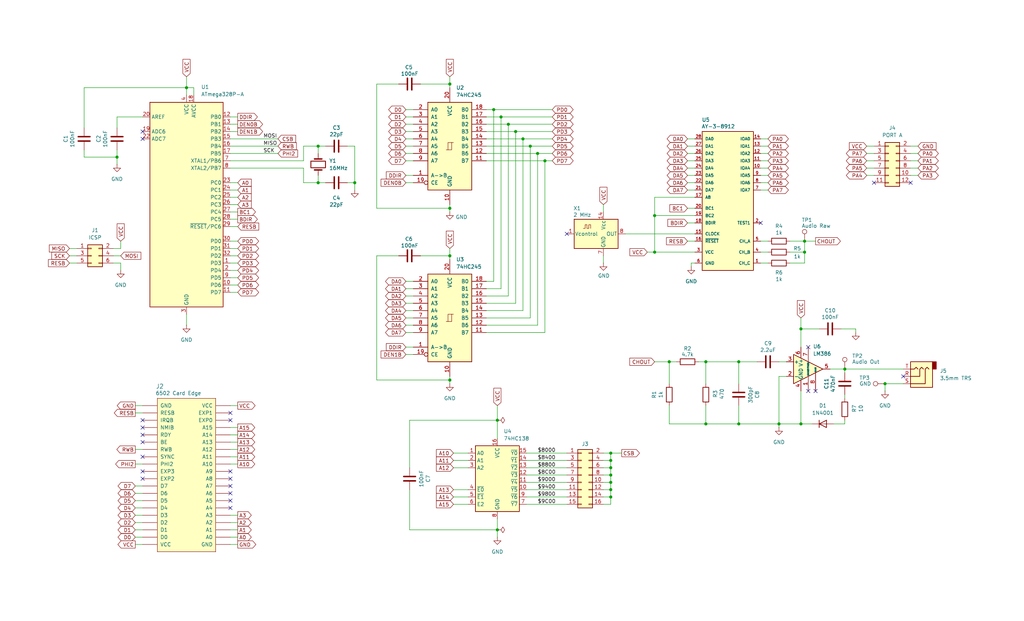
<source format=kicad_sch>
(kicad_sch (version 20231120) (generator "eeschema") (generator_version "8.0")
  (paper "USLegal")
  (title_block (title "6502 Sound Card") (date "2024-06-12") (rev "1.0") (company "A.C. Wright Design"))
  (junction (at 40.64 54.61))
  (junction (at 179.07 45.72))
  (junction (at 278.13 114.3))
  (junction (at 279.4 83.82))
  (junction (at 232.41 125.73))
  (junction (at 110.49 63.5))
  (junction (at 212.09 165.1))
  (junction (at 181.61 48.26))
  (junction (at 172.72 146.05))
  (junction (at 184.15 50.8))
  (junction (at 176.53 43.18))
  (junction (at 212.09 170.18))
  (junction (at 293.37 128.27))
  (junction (at 227.33 74.93))
  (junction (at 110.49 50.8))
  (junction (at 171.45 38.1))
  (junction (at 270.51 147.32))
  (junction (at 212.09 167.64))
  (junction (at 123.19 63.5))
  (junction (at 173.99 40.64))
  (junction (at 278.13 147.32))
  (junction (at 156.21 72.39))
  (junction (at 156.21 88.9))
  (junction (at 212.09 172.72))
  (junction (at 156.21 29.21))
  (junction (at 245.11 125.73))
  (junction (at 256.54 147.32))
  (junction (at 64.77 30.48))
  (junction (at 186.69 53.34))
  (junction (at 256.54 125.73))
  (junction (at 279.4 87.63))
  (junction (at 156.21 132.08))
  (junction (at 212.09 162.56))
  (junction (at 189.23 55.88))
  (junction (at 307.34 133.35))
  (junction (at 212.09 160.02))
  (junction (at 212.09 157.48))
  (junction (at 245.11 147.32))
  (junction (at 227.33 87.63))
  (junction (at 172.72 184.15))
  (no_connect (at 280.67 120.65))
  (no_connect (at 196.85 81.28))
  (no_connect (at 264.16 77.47))
  (no_connect (at 80.01 166.37))
  (no_connect (at 49.53 166.37))
  (no_connect (at 49.53 153.67))
  (no_connect (at 49.53 151.13))
  (no_connect (at 80.01 168.91))
  (no_connect (at 80.01 176.53))
  (no_connect (at 49.53 146.05))
  (no_connect (at 80.01 171.45))
  (no_connect (at 49.53 158.75))
  (no_connect (at 49.53 148.59))
  (no_connect (at 280.67 135.89))
  (no_connect (at 49.53 48.26))
  (no_connect (at 313.69 130.81))
  (no_connect (at 49.53 163.83))
  (no_connect (at 283.21 135.89))
  (no_connect (at 49.53 45.72))
  (no_connect (at 303.53 63.5))
  (no_connect (at 316.23 63.5))
  (no_connect (at 80.01 146.05))
  (no_connect (at 80.01 143.51))
  (no_connect (at 80.01 173.99))
  (no_connect (at 80.01 163.83))
  (wire (pts (xy 140.97 45.72) (xy 143.51 45.72)))
  (wire (pts (xy 168.91 102.87) (xy 176.53 102.87)))
  (wire (pts (xy 217.17 81.28) (xy 241.3 81.28)))
  (wire (pts (xy 224.79 87.63) (xy 227.33 87.63)))
  (wire (pts (xy 212.09 165.1) (xy 212.09 162.56)))
  (wire (pts (xy 142.24 184.15) (xy 142.24 170.18)))
  (wire (pts (xy 130.81 29.21) (xy 130.81 72.39)))
  (wire (pts (xy 182.88 175.26) (xy 196.85 175.26)))
  (wire (pts (xy 278.13 114.3) (xy 284.48 114.3)))
  (wire (pts (xy 80.01 86.36) (xy 82.55 86.36)))
  (wire (pts (xy 241.3 68.58) (xy 227.33 68.58)))
  (wire (pts (xy 80.01 101.6) (xy 82.55 101.6)))
  (wire (pts (xy 212.09 175.26) (xy 212.09 172.72)))
  (wire (pts (xy 157.48 160.02) (xy 162.56 160.02)))
  (wire (pts (xy 46.99 186.69) (xy 49.53 186.69)))
  (wire (pts (xy 142.24 184.15) (xy 172.72 184.15)))
  (wire (pts (xy 172.72 146.05) (xy 142.24 146.05)))
  (wire (pts (xy 46.99 173.99) (xy 49.53 173.99)))
  (wire (pts (xy 140.97 48.26) (xy 143.51 48.26)))
  (wire (pts (xy 80.01 48.26) (xy 96.52 48.26)))
  (wire (pts (xy 256.54 133.35) (xy 256.54 125.73)))
  (wire (pts (xy 80.01 91.44) (xy 82.55 91.44)))
  (wire (pts (xy 80.01 156.21) (xy 82.55 156.21)))
  (wire (pts (xy 270.51 125.73) (xy 273.05 125.73)))
  (wire (pts (xy 105.41 55.88) (xy 80.01 55.88)))
  (wire (pts (xy 80.01 151.13) (xy 82.55 151.13)))
  (wire (pts (xy 245.11 147.32) (xy 256.54 147.32)))
  (wire (pts (xy 140.97 97.79) (xy 143.51 97.79)))
  (wire (pts (xy 288.29 128.27) (xy 293.37 128.27)))
  (wire (pts (xy 40.64 54.61) (xy 40.64 57.15)))
  (wire (pts (xy 80.01 88.9) (xy 82.55 88.9)))
  (wire (pts (xy 212.09 167.64) (xy 212.09 165.1)))
  (wire (pts (xy 80.01 93.98) (xy 82.55 93.98)))
  (wire (pts (xy 110.49 50.8) (xy 110.49 53.34)))
  (wire (pts (xy 241.3 91.44) (xy 240.03 91.44)))
  (wire (pts (xy 110.49 50.8) (xy 105.41 50.8)))
  (wire (pts (xy 227.33 74.93) (xy 241.3 74.93)))
  (wire (pts (xy 238.76 55.88) (xy 241.3 55.88)))
  (wire (pts (xy 176.53 102.87) (xy 176.53 43.18)))
  (wire (pts (xy 238.76 83.82) (xy 241.3 83.82)))
  (wire (pts (xy 172.72 184.15) (xy 172.72 186.69)))
  (wire (pts (xy 176.53 43.18) (xy 191.77 43.18)))
  (wire (pts (xy 156.21 72.39) (xy 156.21 73.66)))
  (wire (pts (xy 182.88 157.48) (xy 196.85 157.48)))
  (wire (pts (xy 40.64 52.07) (xy 40.64 54.61)))
  (wire (pts (xy 293.37 128.27) (xy 293.37 129.54)))
  (wire (pts (xy 80.01 71.12) (xy 82.55 71.12)))
  (wire (pts (xy 182.88 160.02) (xy 196.85 160.02)))
  (wire (pts (xy 238.76 60.96) (xy 241.3 60.96)))
  (wire (pts (xy 80.01 83.82) (xy 82.55 83.82)))
  (wire (pts (xy 123.19 50.8) (xy 123.19 63.5)))
  (wire (pts (xy 264.16 55.88) (xy 266.7 55.88)))
  (wire (pts (xy 212.09 170.18) (xy 212.09 167.64)))
  (wire (pts (xy 292.1 114.3) (xy 297.18 114.3)))
  (wire (pts (xy 274.32 87.63) (xy 279.4 87.63)))
  (wire (pts (xy 80.01 53.34) (xy 96.52 53.34)))
  (wire (pts (xy 313.69 133.35) (xy 307.34 133.35)))
  (wire (pts (xy 46.99 171.45) (xy 49.53 171.45)))
  (wire (pts (xy 46.99 179.07) (xy 49.53 179.07)))
  (wire (pts (xy 168.91 100.33) (xy 173.99 100.33)))
  (wire (pts (xy 29.21 54.61) (xy 40.64 54.61)))
  (wire (pts (xy 140.97 55.88) (xy 143.51 55.88)))
  (wire (pts (xy 212.09 157.48) (xy 215.9 157.48)))
  (wire (pts (xy 156.21 71.12) (xy 156.21 72.39)))
  (wire (pts (xy 140.97 40.64) (xy 143.51 40.64)))
  (wire (pts (xy 256.54 125.73) (xy 245.11 125.73)))
  (wire (pts (xy 29.21 30.48) (xy 64.77 30.48)))
  (wire (pts (xy 168.91 110.49) (xy 184.15 110.49)))
  (wire (pts (xy 41.91 93.98) (xy 41.91 91.44)))
  (wire (pts (xy 238.76 58.42) (xy 241.3 58.42)))
  (wire (pts (xy 182.88 167.64) (xy 196.85 167.64)))
  (wire (pts (xy 209.55 71.12) (xy 209.55 73.66)))
  (wire (pts (xy 316.23 58.42) (xy 318.77 58.42)))
  (wire (pts (xy 24.13 91.44) (xy 26.67 91.44)))
  (wire (pts (xy 173.99 40.64) (xy 191.77 40.64)))
  (wire (pts (xy 245.11 140.97) (xy 245.11 147.32)))
  (wire (pts (xy 80.01 63.5) (xy 82.55 63.5)))
  (wire (pts (xy 41.91 83.82) (xy 41.91 86.36)))
  (wire (pts (xy 227.33 68.58) (xy 227.33 74.93)))
  (wire (pts (xy 46.99 176.53) (xy 49.53 176.53)))
  (wire (pts (xy 142.24 146.05) (xy 142.24 162.56)))
  (wire (pts (xy 168.91 115.57) (xy 189.23 115.57)))
  (wire (pts (xy 110.49 63.5) (xy 113.03 63.5)))
  (wire (pts (xy 316.23 50.8) (xy 318.77 50.8)))
  (wire (pts (xy 64.77 109.22) (xy 64.77 113.03)))
  (wire (pts (xy 29.21 44.45) (xy 29.21 30.48)))
  (wire (pts (xy 279.4 91.44) (xy 274.32 91.44)))
  (wire (pts (xy 278.13 114.3) (xy 278.13 120.65)))
  (wire (pts (xy 140.97 38.1) (xy 143.51 38.1)))
  (wire (pts (xy 80.01 50.8) (xy 96.52 50.8)))
  (wire (pts (xy 293.37 128.27) (xy 313.69 128.27)))
  (wire (pts (xy 46.99 161.29) (xy 49.53 161.29)))
  (wire (pts (xy 105.41 50.8) (xy 105.41 55.88)))
  (wire (pts (xy 245.11 125.73) (xy 245.11 133.35)))
  (wire (pts (xy 279.4 83.82) (xy 279.4 87.63)))
  (wire (pts (xy 130.81 72.39) (xy 156.21 72.39)))
  (wire (pts (xy 80.01 140.97) (xy 82.55 140.97)))
  (wire (pts (xy 123.19 63.5) (xy 120.65 63.5)))
  (wire (pts (xy 212.09 162.56) (xy 212.09 160.02)))
  (wire (pts (xy 46.99 140.97) (xy 49.53 140.97)))
  (wire (pts (xy 289.56 147.32) (xy 293.37 147.32)))
  (wire (pts (xy 209.55 157.48) (xy 212.09 157.48)))
  (wire (pts (xy 293.37 147.32) (xy 293.37 146.05)))
  (wire (pts (xy 264.16 48.26) (xy 266.7 48.26)))
  (wire (pts (xy 46.99 143.51) (xy 49.53 143.51)))
  (wire (pts (xy 41.91 91.44) (xy 39.37 91.44)))
  (wire (pts (xy 238.76 48.26) (xy 241.3 48.26)))
  (wire (pts (xy 264.16 60.96) (xy 266.7 60.96)))
  (wire (pts (xy 40.64 44.45) (xy 40.64 40.64)))
  (wire (pts (xy 140.97 63.5) (xy 143.51 63.5)))
  (wire (pts (xy 40.64 40.64) (xy 49.53 40.64)))
  (wire (pts (xy 297.18 114.3) (xy 297.18 115.57)))
  (wire (pts (xy 172.72 146.05) (xy 172.72 140.97)))
  (wire (pts (xy 279.4 83.82) (xy 283.21 83.82)))
  (wire (pts (xy 256.54 140.97) (xy 256.54 147.32)))
  (wire (pts (xy 264.16 83.82) (xy 266.7 83.82)))
  (wire (pts (xy 300.99 50.8) (xy 303.53 50.8)))
  (wire (pts (xy 120.65 50.8) (xy 123.19 50.8)))
  (wire (pts (xy 156.21 130.81) (xy 156.21 132.08)))
  (wire (pts (xy 264.16 53.34) (xy 266.7 53.34)))
  (wire (pts (xy 46.99 189.23) (xy 49.53 189.23)))
  (wire (pts (xy 274.32 83.82) (xy 279.4 83.82)))
  (wire (pts (xy 80.01 186.69) (xy 82.55 186.69)))
  (wire (pts (xy 80.01 189.23) (xy 82.55 189.23)))
  (wire (pts (xy 168.91 45.72) (xy 179.07 45.72)))
  (wire (pts (xy 168.91 113.03) (xy 186.69 113.03)))
  (wire (pts (xy 157.48 170.18) (xy 162.56 170.18)))
  (wire (pts (xy 242.57 125.73) (xy 245.11 125.73)))
  (wire (pts (xy 293.37 137.16) (xy 293.37 138.43)))
  (wire (pts (xy 80.01 96.52) (xy 82.55 96.52)))
  (wire (pts (xy 67.31 30.48) (xy 64.77 30.48)))
  (wire (pts (xy 227.33 74.93) (xy 227.33 87.63)))
  (wire (pts (xy 238.76 66.04) (xy 241.3 66.04)))
  (wire (pts (xy 46.99 168.91) (xy 49.53 168.91)))
  (wire (pts (xy 24.13 88.9) (xy 26.67 88.9)))
  (wire (pts (xy 140.97 107.95) (xy 143.51 107.95)))
  (wire (pts (xy 278.13 147.32) (xy 281.94 147.32)))
  (wire (pts (xy 316.23 53.34) (xy 318.77 53.34)))
  (wire (pts (xy 238.76 50.8) (xy 241.3 50.8)))
  (wire (pts (xy 157.48 162.56) (xy 162.56 162.56)))
  (wire (pts (xy 156.21 26.67) (xy 156.21 29.21)))
  (wire (pts (xy 168.91 48.26) (xy 181.61 48.26)))
  (wire (pts (xy 168.91 97.79) (xy 171.45 97.79)))
  (wire (pts (xy 80.01 148.59) (xy 82.55 148.59)))
  (wire (pts (xy 227.33 87.63) (xy 241.3 87.63)))
  (wire (pts (xy 46.99 156.21) (xy 49.53 156.21)))
  (wire (pts (xy 46.99 184.15) (xy 49.53 184.15)))
  (wire (pts (xy 156.21 29.21) (xy 156.21 30.48)))
  (wire (pts (xy 240.03 91.44) (xy 240.03 92.71)))
  (wire (pts (xy 212.09 160.02) (xy 209.55 160.02)))
  (wire (pts (xy 64.77 30.48) (xy 64.77 33.02)))
  (wire (pts (xy 80.01 179.07) (xy 82.55 179.07)))
  (wire (pts (xy 270.51 147.32) (xy 270.51 148.59)))
  (wire (pts (xy 186.69 113.03) (xy 186.69 53.34)))
  (wire (pts (xy 209.55 162.56) (xy 212.09 162.56)))
  (wire (pts (xy 184.15 50.8) (xy 191.77 50.8)))
  (wire (pts (xy 270.51 147.32) (xy 278.13 147.32)))
  (wire (pts (xy 232.41 140.97) (xy 232.41 147.32)))
  (wire (pts (xy 157.48 175.26) (xy 162.56 175.26)))
  (wire (pts (xy 316.23 55.88) (xy 318.77 55.88)))
  (wire (pts (xy 80.01 184.15) (xy 82.55 184.15)))
  (wire (pts (xy 140.97 115.57) (xy 143.51 115.57)))
  (wire (pts (xy 80.01 158.75) (xy 82.55 158.75)))
  (wire (pts (xy 172.72 180.34) (xy 172.72 184.15)))
  (wire (pts (xy 80.01 43.18) (xy 82.55 43.18)))
  (wire (pts (xy 182.88 162.56) (xy 196.85 162.56)))
  (wire (pts (xy 80.01 45.72) (xy 82.55 45.72)))
  (wire (pts (xy 173.99 100.33) (xy 173.99 40.64)))
  (wire (pts (xy 179.07 105.41) (xy 179.07 45.72)))
  (wire (pts (xy 212.09 160.02) (xy 212.09 157.48)))
  (wire (pts (xy 300.99 60.96) (xy 303.53 60.96)))
  (wire (pts (xy 157.48 157.48) (xy 162.56 157.48)))
  (wire (pts (xy 212.09 167.64) (xy 209.55 167.64)))
  (wire (pts (xy 67.31 33.02) (xy 67.31 30.48)))
  (wire (pts (xy 182.88 165.1) (xy 196.85 165.1)))
  (wire (pts (xy 140.97 50.8) (xy 143.51 50.8)))
  (wire (pts (xy 256.54 147.32) (xy 270.51 147.32)))
  (wire (pts (xy 80.01 76.2) (xy 82.55 76.2)))
  (wire (pts (xy 189.23 115.57) (xy 189.23 55.88)))
  (wire (pts (xy 238.76 72.39) (xy 241.3 72.39)))
  (wire (pts (xy 270.51 130.81) (xy 270.51 147.32)))
  (wire (pts (xy 264.16 66.04) (xy 266.7 66.04)))
  (wire (pts (xy 212.09 172.72) (xy 212.09 170.18)))
  (wire (pts (xy 172.72 146.05) (xy 172.72 152.4)))
  (wire (pts (xy 181.61 107.95) (xy 181.61 48.26)))
  (wire (pts (xy 232.41 125.73) (xy 234.95 125.73)))
  (wire (pts (xy 140.97 102.87) (xy 143.51 102.87)))
  (wire (pts (xy 80.01 99.06) (xy 82.55 99.06)))
  (wire (pts (xy 238.76 63.5) (xy 241.3 63.5)))
  (wire (pts (xy 300.99 58.42) (xy 303.53 58.42)))
  (wire (pts (xy 168.91 55.88) (xy 189.23 55.88)))
  (wire (pts (xy 168.91 107.95) (xy 181.61 107.95)))
  (wire (pts (xy 278.13 135.89) (xy 278.13 147.32)))
  (wire (pts (xy 157.48 172.72) (xy 162.56 172.72)))
  (wire (pts (xy 130.81 132.08) (xy 156.21 132.08)))
  (wire (pts (xy 171.45 38.1) (xy 191.77 38.1)))
  (wire (pts (xy 156.21 86.36) (xy 156.21 88.9)))
  (wire (pts (xy 270.51 130.81) (xy 273.05 130.81)))
  (wire (pts (xy 140.97 60.96) (xy 143.51 60.96)))
  (wire (pts (xy 168.91 50.8) (xy 184.15 50.8)))
  (wire (pts (xy 182.88 170.18) (xy 196.85 170.18)))
  (wire (pts (xy 123.19 63.5) (xy 123.19 66.04)))
  (wire (pts (xy 64.77 26.67) (xy 64.77 30.48)))
  (wire (pts (xy 212.09 172.72) (xy 209.55 172.72)))
  (wire (pts (xy 212.09 170.18) (xy 209.55 170.18)))
  (wire (pts (xy 80.01 68.58) (xy 82.55 68.58)))
  (wire (pts (xy 80.01 73.66) (xy 82.55 73.66)))
  (wire (pts (xy 80.01 153.67) (xy 82.55 153.67)))
  (wire (pts (xy 24.13 86.36) (xy 26.67 86.36)))
  (wire (pts (xy 171.45 38.1) (xy 171.45 97.79)))
  (wire (pts (xy 300.99 55.88) (xy 303.53 55.88)))
  (wire (pts (xy 140.97 53.34) (xy 143.51 53.34)))
  (wire (pts (xy 105.41 58.42) (xy 105.41 63.5)))
  (wire (pts (xy 80.01 181.61) (xy 82.55 181.61)))
  (wire (pts (xy 80.01 78.74) (xy 82.55 78.74)))
  (wire (pts (xy 184.15 110.49) (xy 184.15 50.8)))
  (wire (pts (xy 238.76 77.47) (xy 241.3 77.47)))
  (wire (pts (xy 232.41 147.32) (xy 245.11 147.32)))
  (wire (pts (xy 181.61 48.26) (xy 191.77 48.26)))
  (wire (pts (xy 300.99 53.34) (xy 303.53 53.34)))
  (wire (pts (xy 209.55 88.9) (xy 209.55 91.44)))
  (wire (pts (xy 232.41 133.35) (xy 232.41 125.73)))
  (wire (pts (xy 41.91 86.36) (xy 39.37 86.36)))
  (wire (pts (xy 264.16 91.44) (xy 266.7 91.44)))
  (wire (pts (xy 80.01 66.04) (xy 82.55 66.04)))
  (wire (pts (xy 140.97 105.41) (xy 143.51 105.41)))
  (wire (pts (xy 140.97 43.18) (xy 143.51 43.18)))
  (wire (pts (xy 29.21 52.07) (xy 29.21 54.61)))
  (wire (pts (xy 186.69 53.34) (xy 191.77 53.34)))
  (wire (pts (xy 140.97 110.49) (xy 143.51 110.49)))
  (wire (pts (xy 212.09 165.1) (xy 209.55 165.1)))
  (wire (pts (xy 146.05 29.21) (xy 156.21 29.21)))
  (wire (pts (xy 256.54 125.73) (xy 262.89 125.73)))
  (wire (pts (xy 264.16 58.42) (xy 266.7 58.42)))
  (wire (pts (xy 189.23 55.88) (xy 191.77 55.88)))
  (wire (pts (xy 138.43 88.9) (xy 130.81 88.9)))
  (wire (pts (xy 39.37 88.9) (xy 41.91 88.9)))
  (wire (pts (xy 168.91 43.18) (xy 176.53 43.18)))
  (wire (pts (xy 146.05 88.9) (xy 156.21 88.9)))
  (wire (pts (xy 316.23 60.96) (xy 318.77 60.96)))
  (wire (pts (xy 168.91 40.64) (xy 173.99 40.64)))
  (wire (pts (xy 80.01 161.29) (xy 82.55 161.29)))
  (wire (pts (xy 227.33 125.73) (xy 232.41 125.73)))
  (wire (pts (xy 168.91 105.41) (xy 179.07 105.41)))
  (wire (pts (xy 140.97 120.65) (xy 143.51 120.65)))
  (wire (pts (xy 168.91 38.1) (xy 171.45 38.1)))
  (wire (pts (xy 110.49 60.96) (xy 110.49 63.5)))
  (wire (pts (xy 209.55 175.26) (xy 212.09 175.26)))
  (wire (pts (xy 279.4 87.63) (xy 279.4 91.44)))
  (wire (pts (xy 156.21 132.08) (xy 156.21 133.35)))
  (wire (pts (xy 264.16 63.5) (xy 266.7 63.5)))
  (wire (pts (xy 264.16 87.63) (xy 266.7 87.63)))
  (wire (pts (xy 113.03 50.8) (xy 110.49 50.8)))
  (wire (pts (xy 264.16 50.8) (xy 266.7 50.8)))
  (wire (pts (xy 46.99 181.61) (xy 49.53 181.61)))
  (wire (pts (xy 140.97 100.33) (xy 143.51 100.33)))
  (wire (pts (xy 80.01 40.64) (xy 82.55 40.64)))
  (wire (pts (xy 168.91 53.34) (xy 186.69 53.34)))
  (wire (pts (xy 138.43 29.21) (xy 130.81 29.21)))
  (wire (pts (xy 307.34 133.35) (xy 307.34 135.89)))
  (wire (pts (xy 140.97 123.19) (xy 143.51 123.19)))
  (wire (pts (xy 156.21 88.9) (xy 156.21 90.17)))
  (wire (pts (xy 182.88 172.72) (xy 196.85 172.72)))
  (wire (pts (xy 238.76 53.34) (xy 241.3 53.34)))
  (wire (pts (xy 179.07 45.72) (xy 191.77 45.72)))
  (wire (pts (xy 130.81 88.9) (xy 130.81 132.08)))
  (wire (pts (xy 80.01 58.42) (xy 105.41 58.42)))
  (wire (pts (xy 105.41 63.5) (xy 110.49 63.5)))
  (wire (pts (xy 278.13 110.49) (xy 278.13 114.3)))
  (wire (pts (xy 140.97 113.03) (xy 143.51 113.03)))
  (label "MOSI" (at 91.44 48.26 0))
  (label "$8400" (at 186.69 160.02 0))
  (label "$9C00" (at 186.69 175.26 0))
  (label "$9000" (at 186.69 167.64 0))
  (label "$8800" (at 186.69 162.56 0))
  (label "$8000" (at 186.69 157.48 0))
  (label "$9400" (at 186.69 170.18 0))
  (label "SCK" (at 91.44 53.34 0))
  (label "$9800" (at 186.69 172.72 0))
  (label "MISO" (at 91.44 50.8 0))
  (label "$8C00" (at 186.69 165.1 0))
  (global_label "D5" (shape bidirectional) (at 46.99 173.99 180) (property "Intersheetrefs" "${INTERSHEET_REFS}" (effects (hide yes))))
  (global_label "RESB" (shape input) (at 24.13 91.44 180) (property "Intersheetrefs" "${INTERSHEET_REFS}" (effects (hide yes))))
  (global_label "D1" (shape bidirectional) (at 140.97 40.64 180) (property "Intersheetrefs" "${INTERSHEET_REFS}" (effects (hide yes))))
  (global_label "DA0" (shape bidirectional) (at 238.76 48.26 180) (property "Intersheetrefs" "${INTERSHEET_REFS}" (effects (hide yes))))
  (global_label "DA6" (shape bidirectional) (at 140.97 113.03 180) (property "Intersheetrefs" "${INTERSHEET_REFS}" (effects (hide yes))))
  (global_label "DA6" (shape bidirectional) (at 238.76 63.5 180) (property "Intersheetrefs" "${INTERSHEET_REFS}" (effects (hide yes))))
  (global_label "A11" (shape input) (at 157.48 160.02 180) (property "Intersheetrefs" "${INTERSHEET_REFS}" (effects (hide yes))))
  (global_label "D6" (shape bidirectional) (at 140.97 53.34 180) (property "Intersheetrefs" "${INTERSHEET_REFS}" (effects (hide yes))))
  (global_label "DA5" (shape bidirectional) (at 238.76 60.96 180) (property "Intersheetrefs" "${INTERSHEET_REFS}" (effects (hide yes))))
  (global_label "DA4" (shape bidirectional) (at 238.76 58.42 180) (property "Intersheetrefs" "${INTERSHEET_REFS}" (effects (hide yes))))
  (global_label "PA7" (shape bidirectional) (at 300.99 53.34 180) (property "Intersheetrefs" "${INTERSHEET_REFS}" (effects (hide yes))))
  (global_label "A13" (shape output) (at 82.55 153.67 0) (property "Intersheetrefs" "${INTERSHEET_REFS}" (effects (hide yes))))
  (global_label "VCC" (shape input) (at 172.72 140.97 90) (property "Intersheetrefs" "${INTERSHEET_REFS}" (effects (hide yes))))
  (global_label "PA5" (shape bidirectional) (at 300.99 58.42 180) (property "Intersheetrefs" "${INTERSHEET_REFS}" (effects (hide yes))))
  (global_label "A12" (shape input) (at 157.48 162.56 180) (property "Intersheetrefs" "${INTERSHEET_REFS}" (effects (hide yes))))
  (global_label "DEN0B" (shape input) (at 140.97 63.5 180) (property "Intersheetrefs" "${INTERSHEET_REFS}" (effects (hide yes))))
  (global_label "PD7" (shape bidirectional) (at 82.55 101.6 0) (property "Intersheetrefs" "${INTERSHEET_REFS}" (effects (hide yes))))
  (global_label "DA3" (shape bidirectional) (at 238.76 55.88 180) (property "Intersheetrefs" "${INTERSHEET_REFS}" (effects (hide yes))))
  (global_label "MOSI" (shape input) (at 41.91 88.9 0) (property "Intersheetrefs" "${INTERSHEET_REFS}" (effects (hide yes))))
  (global_label "DA3" (shape bidirectional) (at 140.97 105.41 180) (property "Intersheetrefs" "${INTERSHEET_REFS}" (effects (hide yes))))
  (global_label "PD6" (shape bidirectional) (at 191.77 53.34 0) (property "Intersheetrefs" "${INTERSHEET_REFS}" (effects (hide yes))))
  (global_label "A13" (shape input) (at 157.48 170.18 180) (property "Intersheetrefs" "${INTERSHEET_REFS}" (effects (hide yes))))
  (global_label "DDIR" (shape output) (at 82.55 40.64 0) (property "Intersheetrefs" "${INTERSHEET_REFS}" (effects (hide yes))))
  (global_label "PA6" (shape bidirectional) (at 300.99 55.88 180) (property "Intersheetrefs" "${INTERSHEET_REFS}" (effects (hide yes))))
  (global_label "PD5" (shape bidirectional) (at 191.77 50.8 0) (property "Intersheetrefs" "${INTERSHEET_REFS}" (effects (hide yes))))
  (global_label "VCC" (shape input) (at 64.77 26.67 90) (property "Intersheetrefs" "${INTERSHEET_REFS}" (effects (hide yes))))
  (global_label "PA5" (shape bidirectional) (at 266.7 60.96 0) (property "Intersheetrefs" "${INTERSHEET_REFS}" (effects (hide yes))))
  (global_label "PD6" (shape bidirectional) (at 82.55 99.06 0) (property "Intersheetrefs" "${INTERSHEET_REFS}" (effects (hide yes))))
  (global_label "D1" (shape bidirectional) (at 46.99 184.15 180) (property "Intersheetrefs" "${INTERSHEET_REFS}" (effects (hide yes))))
  (global_label "SCK" (shape input) (at 24.13 88.9 180) (property "Intersheetrefs" "${INTERSHEET_REFS}" (effects (hide yes))))
  (global_label "PA1" (shape bidirectional) (at 318.77 55.88 0) (property "Intersheetrefs" "${INTERSHEET_REFS}" (effects (hide yes))))
  (global_label "GND" (shape input) (at 318.77 50.8 0) (property "Intersheetrefs" "${INTERSHEET_REFS}" (effects (hide yes))))
  (global_label "VCC" (shape input) (at 300.99 50.8 180) (property "Intersheetrefs" "${INTERSHEET_REFS}" (effects (hide yes))))
  (global_label "DA4" (shape bidirectional) (at 140.97 107.95 180) (property "Intersheetrefs" "${INTERSHEET_REFS}" (effects (hide yes))))
  (global_label "BDIR" (shape output) (at 82.55 76.2 0) (property "Intersheetrefs" "${INTERSHEET_REFS}" (effects (hide yes))))
  (global_label "VCC" (shape input) (at 278.13 110.49 90) (property "Intersheetrefs" "${INTERSHEET_REFS}" (effects (hide yes))))
  (global_label "A15" (shape output) (at 82.55 148.59 0) (property "Intersheetrefs" "${INTERSHEET_REFS}" (effects (hide yes))))
  (global_label "VCC" (shape output) (at 46.99 189.23 180) (property "Intersheetrefs" "${INTERSHEET_REFS}" (effects (hide yes))))
  (global_label "A14" (shape output) (at 82.55 151.13 0) (property "Intersheetrefs" "${INTERSHEET_REFS}" (effects (hide yes))))
  (global_label "PA6" (shape bidirectional) (at 266.7 63.5 0) (property "Intersheetrefs" "${INTERSHEET_REFS}" (effects (hide yes))))
  (global_label "D3" (shape bidirectional) (at 46.99 179.07 180) (property "Intersheetrefs" "${INTERSHEET_REFS}" (effects (hide yes))))
  (global_label "RESB" (shape input) (at 82.55 78.74 0) (property "Intersheetrefs" "${INTERSHEET_REFS}" (effects (hide yes))))
  (global_label "PD7" (shape bidirectional) (at 191.77 55.88 0) (property "Intersheetrefs" "${INTERSHEET_REFS}" (effects (hide yes))))
  (global_label "PD0" (shape bidirectional) (at 82.55 83.82 0) (property "Intersheetrefs" "${INTERSHEET_REFS}" (effects (hide yes))))
  (global_label "A14" (shape input) (at 157.48 172.72 180) (property "Intersheetrefs" "${INTERSHEET_REFS}" (effects (hide yes))))
  (global_label "DA0" (shape bidirectional) (at 140.97 97.79 180) (property "Intersheetrefs" "${INTERSHEET_REFS}" (effects (hide yes))))
  (global_label "PA7" (shape bidirectional) (at 266.7 66.04 0) (property "Intersheetrefs" "${INTERSHEET_REFS}" (effects (hide yes))))
  (global_label "GND" (shape output) (at 82.55 189.23 0) (property "Intersheetrefs" "${INTERSHEET_REFS}" (effects (hide yes))))
  (global_label "A1" (shape input) (at 82.55 66.04 0) (property "Intersheetrefs" "${INTERSHEET_REFS}" (effects (hide yes))))
  (global_label "A10" (shape input) (at 157.48 157.48 180) (property "Intersheetrefs" "${INTERSHEET_REFS}" (effects (hide yes))))
  (global_label "VCC" (shape input) (at 41.91 83.82 90) (property "Intersheetrefs" "${INTERSHEET_REFS}" (effects (hide yes))))
  (global_label "VCC" (shape input) (at 156.21 26.67 90) (property "Intersheetrefs" "${INTERSHEET_REFS}" (effects (hide yes))))
  (global_label "A2" (shape output) (at 82.55 181.61 0) (property "Intersheetrefs" "${INTERSHEET_REFS}" (effects (hide yes))))
  (global_label "A1" (shape output) (at 82.55 184.15 0) (property "Intersheetrefs" "${INTERSHEET_REFS}" (effects (hide yes))))
  (global_label "RWB" (shape output) (at 46.99 156.21 180) (property "Intersheetrefs" "${INTERSHEET_REFS}" (effects (hide yes))))
  (global_label "PD2" (shape bidirectional) (at 82.55 88.9 0) (property "Intersheetrefs" "${INTERSHEET_REFS}" (effects (hide yes))))
  (global_label "RWB" (shape input) (at 96.52 50.8 0) (property "Intersheetrefs" "${INTERSHEET_REFS}" (effects (hide yes))))
  (global_label "DEN0B" (shape output) (at 82.55 43.18 0) (property "Intersheetrefs" "${INTERSHEET_REFS}" (effects (hide yes))))
  (global_label "DA5" (shape bidirectional) (at 140.97 110.49 180) (property "Intersheetrefs" "${INTERSHEET_REFS}" (effects (hide yes))))
  (global_label "DEN1B" (shape output) (at 82.55 45.72 0) (property "Intersheetrefs" "${INTERSHEET_REFS}" (effects (hide yes))))
  (global_label "D2" (shape bidirectional) (at 46.99 181.61 180) (property "Intersheetrefs" "${INTERSHEET_REFS}" (effects (hide yes))))
  (global_label "PD1" (shape bidirectional) (at 82.55 86.36 0) (property "Intersheetrefs" "${INTERSHEET_REFS}" (effects (hide yes))))
  (global_label "A0" (shape output) (at 82.55 186.69 0) (property "Intersheetrefs" "${INTERSHEET_REFS}" (effects (hide yes))))
  (global_label "D7" (shape bidirectional) (at 46.99 168.91 180) (property "Intersheetrefs" "${INTERSHEET_REFS}" (effects (hide yes))))
  (global_label "PD3" (shape bidirectional) (at 82.55 91.44 0) (property "Intersheetrefs" "${INTERSHEET_REFS}" (effects (hide yes))))
  (global_label "PA2" (shape bidirectional) (at 266.7 53.34 0) (property "Intersheetrefs" "${INTERSHEET_REFS}" (effects (hide yes))))
  (global_label "MISO" (shape input) (at 24.13 86.36 180) (property "Intersheetrefs" "${INTERSHEET_REFS}" (effects (hide yes))))
  (global_label "BC1" (shape output) (at 82.55 73.66 0) (property "Intersheetrefs" "${INTERSHEET_REFS}" (effects (hide yes))))
  (global_label "VCC" (shape input) (at 156.21 86.36 90) (property "Intersheetrefs" "${INTERSHEET_REFS}" (effects (hide yes))))
  (global_label "D7" (shape bidirectional) (at 140.97 55.88 180) (property "Intersheetrefs" "${INTERSHEET_REFS}" (effects (hide yes))))
  (global_label "CHOUT" (shape output) (at 283.21 83.82 0) (property "Intersheetrefs" "${INTERSHEET_REFS}" (effects (hide yes))))
  (global_label "DA1" (shape bidirectional) (at 238.76 50.8 180) (property "Intersheetrefs" "${INTERSHEET_REFS}" (effects (hide yes))))
  (global_label "DA1" (shape bidirectional) (at 140.97 100.33 180) (property "Intersheetrefs" "${INTERSHEET_REFS}" (effects (hide yes))))
  (global_label "A3" (shape output) (at 82.55 179.07 0) (property "Intersheetrefs" "${INTERSHEET_REFS}" (effects (hide yes))))
  (global_label "D6" (shape bidirectional) (at 46.99 171.45 180) (property "Intersheetrefs" "${INTERSHEET_REFS}" (effects (hide yes))))
  (global_label "DA2" (shape bidirectional) (at 140.97 102.87 180) (property "Intersheetrefs" "${INTERSHEET_REFS}" (effects (hide yes))))
  (global_label "D4" (shape bidirectional) (at 140.97 48.26 180) (property "Intersheetrefs" "${INTERSHEET_REFS}" (effects (hide yes))))
  (global_label "CSB" (shape input) (at 96.52 48.26 0) (property "Intersheetrefs" "${INTERSHEET_REFS}" (effects (hide yes))))
  (global_label "A3" (shape input) (at 82.55 71.12 0) (property "Intersheetrefs" "${INTERSHEET_REFS}" (effects (hide yes))))
  (global_label "CSB" (shape output) (at 215.9 157.48 0) (property "Intersheetrefs" "${INTERSHEET_REFS}" (effects (hide yes))))
  (global_label "D2" (shape bidirectional) (at 140.97 43.18 180) (property "Intersheetrefs" "${INTERSHEET_REFS}" (effects (hide yes))))
  (global_label "PA1" (shape bidirectional) (at 266.7 50.8 0) (property "Intersheetrefs" "${INTERSHEET_REFS}" (effects (hide yes))))
  (global_label "BC1" (shape input) (at 238.76 72.39 180) (property "Intersheetrefs" "${INTERSHEET_REFS}" (effects (hide yes))))
  (global_label "DDIR" (shape input) (at 140.97 120.65 180) (property "Intersheetrefs" "${INTERSHEET_REFS}" (effects (hide yes))))
  (global_label "PD5" (shape bidirectional) (at 82.55 96.52 0) (property "Intersheetrefs" "${INTERSHEET_REFS}" (effects (hide yes))))
  (global_label "VCC" (shape input) (at 209.55 71.12 90) (property "Intersheetrefs" "${INTERSHEET_REFS}" (effects (hide yes))))
  (global_label "DEN1B" (shape input) (at 140.97 123.19 180) (property "Intersheetrefs" "${INTERSHEET_REFS}" (effects (hide yes))))
  (global_label "PD4" (shape bidirectional) (at 191.77 48.26 0) (property "Intersheetrefs" "${INTERSHEET_REFS}" (effects (hide yes))))
  (global_label "PD3" (shape bidirectional) (at 191.77 45.72 0) (property "Intersheetrefs" "${INTERSHEET_REFS}" (effects (hide yes))))
  (global_label "RESB" (shape input) (at 238.76 83.82 180) (property "Intersheetrefs" "${INTERSHEET_REFS}" (effects (hide yes))))
  (global_label "D4" (shape bidirectional) (at 46.99 176.53 180) (property "Intersheetrefs" "${INTERSHEET_REFS}" (effects (hide yes))))
  (global_label "PD1" (shape bidirectional) (at 191.77 40.64 0) (property "Intersheetrefs" "${INTERSHEET_REFS}" (effects (hide yes))))
  (global_label "RESB" (shape output) (at 46.99 143.51 180) (property "Intersheetrefs" "${INTERSHEET_REFS}" (effects (hide yes))))
  (global_label "PA4" (shape bidirectional) (at 300.99 60.96 180) (property "Intersheetrefs" "${INTERSHEET_REFS}" (effects (hide yes))))
  (global_label "PA4" (shape bidirectional) (at 266.7 58.42 0) (property "Intersheetrefs" "${INTERSHEET_REFS}" (effects (hide yes))))
  (global_label "CHOUT" (shape input) (at 227.33 125.73 180) (property "Intersheetrefs" "${INTERSHEET_REFS}" (effects (hide yes))))
  (global_label "D0" (shape bidirectional) (at 140.97 38.1 180) (property "Intersheetrefs" "${INTERSHEET_REFS}" (effects (hide yes))))
  (global_label "PA2" (shape bidirectional) (at 318.77 58.42 0) (property "Intersheetrefs" "${INTERSHEET_REFS}" (effects (hide yes))))
  (global_label "PA3" (shape bidirectional) (at 266.7 55.88 0) (property "Intersheetrefs" "${INTERSHEET_REFS}" (effects (hide yes))))
  (global_label "A2" (shape input) (at 82.55 68.58 0) (property "Intersheetrefs" "${INTERSHEET_REFS}" (effects (hide yes))))
  (global_label "PD2" (shape bidirectional) (at 191.77 43.18 0) (property "Intersheetrefs" "${INTERSHEET_REFS}" (effects (hide yes))))
  (global_label "PA0" (shape bidirectional) (at 266.7 48.26 0) (property "Intersheetrefs" "${INTERSHEET_REFS}" (effects (hide yes))))
  (global_label "A10" (shape output) (at 82.55 161.29 0) (property "Intersheetrefs" "${INTERSHEET_REFS}" (effects (hide yes))))
  (global_label "PD0" (shape bidirectional) (at 191.77 38.1 0) (property "Intersheetrefs" "${INTERSHEET_REFS}" (effects (hide yes))))
  (global_label "DA2" (shape bidirectional) (at 238.76 53.34 180) (property "Intersheetrefs" "${INTERSHEET_REFS}" (effects (hide yes))))
  (global_label "DA7" (shape bidirectional) (at 238.76 66.04 180) (property "Intersheetrefs" "${INTERSHEET_REFS}" (effects (hide yes))))
  (global_label "DA7" (shape bidirectional) (at 140.97 115.57 180) (property "Intersheetrefs" "${INTERSHEET_REFS}" (effects (hide yes))))
  (global_label "PA0" (shape bidirectional) (at 318.77 53.34 0) (property "Intersheetrefs" "${INTERSHEET_REFS}" (effects (hide yes))))
  (global_label "PA3" (shape bidirectional) (at 318.77 60.96 0) (property "Intersheetrefs" "${INTERSHEET_REFS}" (effects (hide yes))))
  (global_label "PHI2" (shape input) (at 96.52 53.34 0) (property "Intersheetrefs" "${INTERSHEET_REFS}" (effects (hide yes))))
  (global_label "A0" (shape input) (at 82.55 63.5 0) (property "Intersheetrefs" "${INTERSHEET_REFS}" (effects (hide yes))))
  (global_label "PHI2" (shape output) (at 46.99 161.29 180) (property "Intersheetrefs" "${INTERSHEET_REFS}" (effects (hide yes))))
  (global_label "PD4" (shape bidirectional) (at 82.55 93.98 0) (property "Intersheetrefs" "${INTERSHEET_REFS}" (effects (hide yes))))
  (global_label "GND" (shape output) (at 46.99 140.97 180) (property "Intersheetrefs" "${INTERSHEET_REFS}" (effects (hide yes))))
  (global_label "A15" (shape input) (at 157.48 175.26 180) (property "Intersheetrefs" "${INTERSHEET_REFS}" (effects (hide yes))))
  (global_label "VCC" (shape output) (at 82.55 140.97 0) (property "Intersheetrefs" "${INTERSHEET_REFS}" (effects (hide yes))))
  (global_label "D5" (shape bidirectional) (at 140.97 50.8 180) (property "Intersheetrefs" "${INTERSHEET_REFS}" (effects (hide yes))))
  (global_label "A12" (shape output) (at 82.55 156.21 0) (property "Intersheetrefs" "${INTERSHEET_REFS}" (effects (hide yes))))
  (global_label "D3" (shape bidirectional) (at 140.97 45.72 180) (property "Intersheetrefs" "${INTERSHEET_REFS}" (effects (hide yes))))
  (global_label "BDIR" (shape input) (at 238.76 77.47 180) (property "Intersheetrefs" "${INTERSHEET_REFS}" (effects (hide yes))))
  (global_label "VCC" (shape input) (at 224.79 87.63 180) (property "Intersheetrefs" "${INTERSHEET_REFS}" (effects (hide yes))))
  (global_label "DDIR" (shape input) (at 140.97 60.96 180) (property "Intersheetrefs" "${INTERSHEET_REFS}" (effects (hide yes))))
  (global_label "D0" (shape bidirectional) (at 46.99 186.69 180) (property "Intersheetrefs" "${INTERSHEET_REFS}" (effects (hide yes))))
  (global_label "A11" (shape output) (at 82.55 158.75 0) (property "Intersheetrefs" "${INTERSHEET_REFS}" (effects (hide yes))))
  (symbol (lib_id "power:GND") (at 209.55 91.44 0) (unit 1)
    (property "Reference" "#PWR08" (effects (hide yes)))
    (property "Value" "GND" (at 209.677 95.8342 0))
    (property "Description" "Power symbol creates a global label with name \"GND\" , ground" (effects (hide yes)))
  )
  (symbol (lib_id "Amplifier_Audio:LM386") (at 280.67 128.27 0) (unit 1)
    (property "Reference" "U6" (at 283.718 120.396 0))
    (property "Value" "LM386" (at 285.496 122.936 0))
    (property "Footprint" "Package_SO:SOP-8_3.76x4.96mm_P1.27mm" (effects (hide yes)))
    (property "Datasheet" "http://www.ti.com/lit/ds/symlink/lm386.pdf" (effects (hide yes)))
    (property "Description" "Low Voltage Audio Power Amplifier, DIP-8/SOIC-8/SSOP-8" (effects (hide yes)))
    (property "LCSC" "C85119" (effects (hide yes)))
  )
  (symbol (lib_id "Device:C") (at 142.24 88.9 270) (unit 1)
    (property "Reference" "C6" (at 141.986 83.058 90))
    (property "Value" "100nF" (at 142.24 85.344 90))
    (property "Footprint" "Capacitor_SMD:C_0805_2012Metric" (effects (hide yes)))
    (property "LCSC" "C49678" (effects (hide yes)))
  )
  (symbol (lib_id "Connector:TestPoint") (at 293.37 128.27 0) (unit 1)
    (property "Reference" "TP2" (at 295.91 123.6979 0) (effects (justify left)))
    (property "Value" "Audio Out" (at 295.91 125.73 0) (effects (justify left)))
    (property "Footprint" "TestPoint:TestPoint_Pad_1.5x1.5mm" (effects (hide yes)))
    (property "Description" "test point" (effects (hide yes)))
  )
  (symbol (lib_id "power:GND") (at 297.18 115.57 0) (unit 1)
    (property "Reference" "#PWR011" (effects (hide yes)))
    (property "Value" "GND" (effects (hide yes)))
    (property "Description" "Power symbol creates a global label with name \"GND\" , ground" (effects (hide yes)))
  )
  (symbol (lib_id "Connector:TestPoint") (at 279.4 83.82 0) (unit 1)
    (property "Reference" "TP1" (at 278.384 76.454 0) (effects (justify left)))
    (property "Value" "Audio Raw" (at 278.384 78.486 0) (effects (justify left)))
    (property "Footprint" "TestPoint:TestPoint_Pad_1.5x1.5mm" (effects (hide yes)))
    (property "Description" "test point" (effects (hide yes)))
  )
  (symbol (lib_id "power:GND") (at 156.21 133.35 0) (unit 1)
    (property "Reference" "#PWR06" (effects (hide yes)))
    (property "Value" "GND" (at 156.21 138.43 0))
    (property "Description" "Power symbol creates a global label with name \"GND\" , ground" (effects (hide yes)))
  )
  (symbol (lib_id "Device:R") (at 293.37 142.24 0) (unit 1)
    (property "Reference" "R7" (at 296.6466 141.986 90))
    (property "Value" "10" (at 298.958 141.986 90))
    (property "Footprint" "Resistor_SMD:R_0805_2012Metric" (effects (hide yes)))
    (property "Description" "Resistor" (effects (hide yes)))
    (property "LCSC" "C17415" (effects (hide yes)))
  )
  (symbol (lib_id "Connector_Generic:Conn_02x08_Odd_Even") (at 201.93 165.1 0) (unit 1) (in_bom no)
    (property "Reference" "J3" (at 203.2 154.305 0))
    (property "Value" "Conn_02x08_Odd_Even" (effects (hide yes)))
    (property "Footprint" "Connector_PinHeader_2.54mm:PinHeader_2x08_P2.54mm_Vertical" (effects (hide yes)))
  )
  (symbol (lib_id "Device:C") (at 40.64 48.26 180) (unit 1)
    (property "Reference" "C2" (at 34.2392 48.26 90))
    (property "Value" "100nF" (at 36.5506 48.26 90))
    (property "Footprint" "Capacitor_SMD:C_0805_2012Metric" (effects (hide yes)))
    (property "LCSC" "C49678" (effects (hide yes)))
  )
  (symbol (lib_id "74xx:74HC138") (at 172.72 167.64 0) (unit 1)
    (property "Reference" "U4" (at 174.9141 149.86 0) (effects (justify left)))
    (property "Value" "74HC138" (at 174.9141 152.4 0) (effects (justify left)))
    (property "Footprint" "Package_SO:SOIC-16_3.9x9.9mm_P1.27mm" (effects (hide yes)))
    (property "Datasheet" "http://www.ti.com/lit/ds/symlink/cd74hc238.pdf" (effects (hide yes)))
    (property "Description" "3-to-8 line decoder/multiplexer inverting, DIP-16/SOIC-16/SSOP-16" (effects (hide yes)))
    (property "LCSC" "C5602" (effects (hide yes)))
  )
  (symbol (lib_id "Device:C") (at 293.37 133.35 180) (unit 1)
    (property "Reference" "C11" (at 286.9692 133.35 90))
    (property "Value" "470nF" (at 289.2806 133.35 90))
    (property "Footprint" "Capacitor_SMD:C_0805_2012Metric" (effects (hide yes)))
    (property "LCSC" "C1743" (effects (hide yes)))
  )
  (symbol (lib_id "power:GND") (at 307.34 135.89 0) (unit 1)
    (property "Reference" "#PWR012" (effects (hide yes)))
    (property "Value" "GND" (at 307.34 140.97 0))
    (property "Description" "Power symbol creates a global label with name \"GND\" , ground" (effects (hide yes)))
  )
  (symbol (lib_id "power:PWR_FLAG") (at 172.72 146.05 270) (unit 1)
    (property "Reference" "#FLG01" (effects (hide yes)))
    (property "Value" "PWR_FLAG" (effects (hide yes)))
    (property "Description" "Special symbol for telling ERC where power comes from" (effects (hide yes)))
  )
  (symbol (lib_id "Connector_Generic:Conn_02x03_Odd_Even") (at 31.75 88.9 0) (unit 1) (in_bom no)
    (property "Reference" "J1" (at 33.02 80.01 0))
    (property "Value" "ICSP" (at 33.02 82.55 0))
    (property "Footprint" "Connector_PinHeader_2.54mm:PinHeader_2x03_P2.54mm_Vertical" (effects (hide yes)))
    (property "Description" "Generic connector, double row, 02x03, odd/even pin numbering scheme (row 1 odd numbers, row 2 even numbers), script generated (kicad-library-utils/schlib/autogen/connector/)" (effects (hide yes)))
  )
  (symbol (lib_id "power:GND") (at 270.51 148.59 0) (unit 1)
    (property "Reference" "#PWR010" (effects (hide yes)))
    (property "Value" "GND" (at 270.51 153.67 0))
    (property "Description" "Power symbol creates a global label with name \"GND\" , ground" (effects (hide yes)))
  )
  (symbol (lib_id "power:GND") (at 41.91 93.98 0) (unit 1)
    (property "Reference" "#PWR02" (effects (hide yes)))
    (property "Value" "GND" (at 41.91 99.06 0))
    (property "Description" "Power symbol creates a global label with name \"GND\" , ground" (effects (hide yes)))
  )
  (symbol (lib_id "Device:C") (at 142.24 29.21 270) (unit 1)
    (property "Reference" "C5" (at 141.986 23.368 90))
    (property "Value" "100nF" (at 142.24 25.654 90))
    (property "Footprint" "Capacitor_SMD:C_0805_2012Metric" (effects (hide yes)))
    (property "LCSC" "C49678" (effects (hide yes)))
  )
  (symbol (lib_id "Device:C") (at 266.7 125.73 90) (unit 1)
    (property "Reference" "C9" (at 266.7 119.3292 90))
    (property "Value" "2.2uF" (at 266.7 121.6406 90))
    (property "Footprint" "Capacitor_SMD:C_0805_2012Metric" (effects (hide yes)))
    (property "LCSC" "C377773" (effects (hide yes)))
  )
  (symbol (lib_id "Device:R") (at 232.41 137.16 0) (unit 1)
    (property "Reference" "R1" (at 227.1522 137.16 90))
    (property "Value" "1k" (at 229.4636 137.16 90))
    (property "Footprint" "Resistor_SMD:R_0805_2012Metric" (effects (hide yes)))
    (property "Description" "Resistor" (effects (hide yes)))
    (property "LCSC" "C17513" (effects (hide yes)))
  )
  (symbol (lib_id "Device:R") (at 270.51 91.44 270) (unit 1)
    (property "Reference" "R6" (at 270.51 94.7166 90))
    (property "Value" "1k" (at 270.51 97.028 90))
    (property "Footprint" "Resistor_SMD:R_0805_2012Metric" (effects (hide yes)))
    (property "Description" "Resistor" (effects (hide yes)))
    (property "LCSC" "C17513" (effects (hide yes)))
  )
  (symbol (lib_id "power:GND") (at 123.19 66.04 0) (unit 1)
    (property "Reference" "#PWR04" (effects (hide yes)))
    (property "Value" "GND" (effects (hide yes)))
    (property "Description" "Power symbol creates a global label with name \"GND\" , ground" (effects (hide yes)))
  )
  (symbol (lib_id "Connector:TestPoint") (at 307.34 133.35 90) (unit 1)
    (property "Reference" "TP3" (at 300.228 131.318 90))
    (property "Value" "GND" (at 300.482 133.35 90))
    (property "Footprint" "TestPoint:TestPoint_Pad_1.5x1.5mm" (effects (hide yes)))
    (property "Description" "test point" (effects (hide yes)))
  )
  (symbol (lib_id "power:GND") (at 156.21 73.66 0) (unit 1)
    (property "Reference" "#PWR05" (effects (hide yes)))
    (property "Value" "GND" (at 160.274 75.438 0))
    (property "Description" "Power symbol creates a global label with name \"GND\" , ground" (effects (hide yes)))
  )
  (symbol (lib_id "Diode:1N4001") (at 285.75 147.32 0) (unit 1)
    (property "Reference" "D1" (at 285.75 140.97 0))
    (property "Value" "1N4001" (at 285.75 143.51 0))
    (property "Footprint" "Diode_SMD:D_SMA" (effects (hide yes)))
    (property "Datasheet" "http://www.vishay.com/docs/88503/1n4001.pdf" (effects (hide yes)))
    (property "Description" "50V 1A General Purpose Rectifier Diode, DO-41" (effects (hide yes)))
    (property "Sim.Device" "D" (effects (hide yes)))
    (property "Sim.Pins" "1=K 2=A" (effects (hide yes)))
    (property "LCSC" "C18199125" (effects (hide yes)))
  )
  (symbol (lib_id "74xx:74HC245") (at 156.21 50.8 0) (unit 1)
    (property "Reference" "U2" (at 158.4041 30.48 0) (effects (justify left)))
    (property "Value" "74HC245" (at 158.4041 33.02 0) (effects (justify left)))
    (property "Footprint" "Package_SO:SOIC-20W_7.5x12.8mm_P1.27mm" (effects (hide yes)))
    (property "Datasheet" "http://www.ti.com/lit/gpn/sn74HC245" (effects (hide yes)))
    (property "Description" "Octal BUS Transceivers, 3-State outputs" (effects (hide yes)))
    (property "LCSC" "C5625" (effects (hide yes)))
  )
  (symbol (lib_id "Connector_Generic:Conn_02x06_Odd_Even") (at 308.61 55.88 0) (unit 1) (in_bom no)
    (property "Reference" "J4" (at 309.88 44.45 0))
    (property "Value" "PORT A" (at 309.88 46.99 0))
    (property "Footprint" "Connector_PinHeader_2.54mm:PinHeader_2x06_P2.54mm_Vertical" (effects (hide yes)))
    (property "Description" "Generic connector, double row, 02x06, odd/even pin numbering scheme (row 1 odd numbers, row 2 even numbers), script generated (kicad-library-utils/schlib/autogen/connector/)" (effects (hide yes)))
  )
  (symbol (lib_id "Device:R") (at 238.76 125.73 90) (unit 1)
    (property "Reference" "R2" (at 238.76 121.158 90))
    (property "Value" "4.7k" (at 238.76 123.19 90))
    (property "Footprint" "Resistor_SMD:R_0805_2012Metric" (effects (hide yes)))
    (property "Description" "Resistor" (effects (hide yes)))
    (property "LCSC" "C17673" (effects (hide yes)))
  )
  (symbol (lib_id "Device:C") (at 116.84 50.8 90) (unit 1)
    (property "Reference" "C3" (at 116.84 44.3992 90))
    (property "Value" "22pF" (at 116.84 46.7106 90))
    (property "Footprint" "Capacitor_SMD:C_0805_2012Metric" (effects (hide yes)))
    (property "LCSC" "C1804" (effects (hide yes)))
  )
  (symbol (lib_id "Device:C") (at 288.29 114.3 90) (unit 1)
    (property "Reference" "C10" (at 288.29 107.8992 90))
    (property "Value" "100nF" (at 288.29 110.2106 90))
    (property "Footprint" "Capacitor_SMD:C_0805_2012Metric" (effects (hide yes)))
    (property "LCSC" "C49678" (effects (hide yes)))
  )
  (symbol (lib_id "Device:Crystal") (at 110.49 57.15 90) (unit 1)
    (property "Reference" "Y1" (at 114.3 55.8799 90) (effects (justify right)))
    (property "Value" "16MHz" (at 114.3 58.4199 90) (effects (justify right)))
    (property "Footprint" "Crystal:Crystal_HC49-U_Vertical" (effects (hide yes)))
    (property "Description" "Two pin crystal" (effects (hide yes)))
  )
  (symbol (lib_id "power:GND") (at 64.77 113.03 0) (unit 1)
    (property "Reference" "#PWR03" (effects (hide yes)))
    (property "Value" "GND" (at 64.77 118.11 0))
    (property "Description" "Power symbol creates a global label with name \"GND\" , ground" (effects (hide yes)))
  )
  (symbol (lib_id "6502 Parts:6502 Card Edge") (at 64.77 163.83 0) (unit 1) (in_bom no)
    (property "Reference" "J2" (at 54.102 135.128 0) (effects (font (size 1.4986 1.4986)) (justify left bottom)))
    (property "Value" "6502 Card Edge" (at 61.976 136.652 0))
    (property "Footprint" "6502 Parts:6502 Card Edge" (effects (hide yes)))
  )
  (symbol (lib_id "power:GND") (at 40.64 57.15 0) (unit 1)
    (property "Reference" "#PWR01" (effects (hide yes)))
    (property "Value" "GND" (at 40.64 62.23 0))
    (property "Description" "Power symbol creates a global label with name \"GND\" , ground" (effects (hide yes)))
  )
  (symbol (lib_id "power:PWR_FLAG") (at 172.72 184.15 270) (unit 1)
    (property "Reference" "#FLG02" (effects (hide yes)))
    (property "Value" "PWR_FLAG" (effects (hide yes)))
    (property "Description" "Special symbol for telling ERC where power comes from" (effects (hide yes)))
  )
  (symbol (lib_id "power:GND") (at 172.72 186.69 0) (unit 1)
    (property "Reference" "#PWR07" (effects (hide yes)))
    (property "Value" "GND" (at 172.72 191.77 0))
    (property "Description" "Power symbol creates a global label with name \"GND\" , ground" (effects (hide yes)))
  )
  (symbol (lib_id "Device:C") (at 116.84 63.5 90) (unit 1)
    (property "Reference" "C4" (at 116.84 68.8086 90))
    (property "Value" "22pF" (at 116.84 71.12 90))
    (property "Footprint" "Capacitor_SMD:C_0805_2012Metric" (effects (hide yes)))
    (property "LCSC" "C1804" (effects (hide yes)))
  )
  (symbol (lib_id "Oscillator:OCXO-14") (at 209.55 81.28 0) (unit 1) (in_bom no)
    (property "Reference" "X1" (at 200.406 72.39 0))
    (property "Value" "2 MHz" (at 202.184 74.676 0))
    (property "Footprint" "Oscillator:Oscillator_DIP-14" (effects (hide yes)))
    (property "Datasheet" "http://www.petermann-technik.de/fileadmin/petermann/pdf/crystal-oscillators/OCXO-14_PETERMANN-TECHNIK.pdf" (effects (hide yes)))
    (property "Description" "Voltage-Controlled Crystal Clock Oscillator, DIP14-style metal package" (effects (hide yes)))
  )
  (symbol (lib_id "Device:C") (at 142.24 166.37 0) (unit 1)
    (property "Reference" "C7" (at 148.6408 166.37 90))
    (property "Value" "100nF" (at 146.3294 166.37 90))
    (property "Footprint" "Capacitor_SMD:C_0805_2012Metric" (effects (hide yes)))
    (property "LCSC" "C49678" (effects (hide yes)))
  )
  (symbol (lib_id "Device:R") (at 270.51 87.63 270) (unit 1)
    (property "Reference" "R5" (at 276.86 86.36 90))
    (property "Value" "1k" (at 276.86 89.154 90))
    (property "Footprint" "Resistor_SMD:R_0805_2012Metric" (effects (hide yes)))
    (property "Description" "Resistor" (effects (hide yes)))
    (property "LCSC" "C17513" (effects (hide yes)))
  )
  (symbol (lib_id "power:GND") (at 240.03 92.71 0) (unit 1)
    (property "Reference" "#PWR09" (effects (hide yes)))
    (property "Value" "GND" (at 240.03 97.79 0))
    (property "Description" "Power symbol creates a global label with name \"GND\" , ground" (effects (hide yes)))
  )
  (symbol (lib_id "Device:C") (at 29.21 48.26 180) (unit 1)
    (property "Reference" "C1" (at 22.8092 48.26 90))
    (property "Value" "100nF" (at 25.1206 48.26 90))
    (property "Footprint" "Capacitor_SMD:C_0805_2012Metric" (effects (hide yes)))
    (property "LCSC" "C49678" (effects (hide yes)))
  )
  (symbol (lib_id "MCU_Microchip_ATmega:ATmega328P-A") (at 64.77 71.12 0) (unit 1)
    (property "Reference" "U1" (at 69.85 30.226 0) (effects (justify left)))
    (property "Value" "ATmega328P-A" (at 69.85 32.766 0) (effects (justify left)))
    (property "Footprint" "Package_QFP:TQFP-32_7x7mm_P0.8mm" (effects (hide yes)))
    (property "Datasheet" "http://ww1.microchip.com/downloads/en/DeviceDoc/ATmega328_P%20AVR%20MCU%20with%20picoPower%20Technology%20Data%20Sheet%2040001984A.pdf" (effects (hide yes)))
    (property "Description" "20MHz, 32kB Flash, 2kB SRAM, 1kB EEPROM, TQFP-32" (effects (hide yes)))
    (property "LCSC" "C14877" (effects (hide yes)))
  )
  (symbol (lib_id "74xx:74HC245") (at 156.21 110.49 0) (unit 1)
    (property "Reference" "U3" (at 158.4041 90.17 0) (effects (justify left)))
    (property "Value" "74HC245" (at 158.4041 92.71 0) (effects (justify left)))
    (property "Footprint" "Package_SO:SOIC-20W_7.5x12.8mm_P1.27mm" (effects (hide yes)))
    (property "Datasheet" "http://www.ti.com/lit/gpn/sn74HC245" (effects (hide yes)))
    (property "Description" "Octal BUS Transceivers, 3-State outputs" (effects (hide yes)))
    (property "LCSC" "C5625" (effects (hide yes)))
  )
  (symbol (lib_id "Connector_Audio:AudioJack3") (at 318.77 130.81 180) (unit 1) (in_bom no)
    (property "Reference" "J5" (at 326.39 128.9049 0) (effects (justify right)))
    (property "Value" "3.5mm TRS" (at 326.39 131.4449 0) (effects (justify right)))
    (property "Footprint" "Connector_Audio:Jack_3.5mm_CUI_SJ1-3523N_Horizontal" (effects (hide yes)))
    (property "Description" "Audio Jack, 3 Poles (Stereo / TRS)" (effects (hide yes)))
  )
  (symbol (lib_id "Device:R") (at 270.51 83.82 270) (unit 1)
    (property "Reference" "R4" (at 270.51 78.5622 90))
    (property "Value" "1k" (at 270.51 80.8736 90))
    (property "Footprint" "Resistor_SMD:R_0805_2012Metric" (effects (hide yes)))
    (property "Description" "Resistor" (effects (hide yes)))
    (property "LCSC" "C17513" (effects (hide yes)))
  )
  (symbol (lib_id "Device:C") (at 256.54 137.16 0) (unit 1)
    (property "Reference" "C8" (at 262.9408 137.16 90))
    (property "Value" "300pF" (at 260.6294 137.16 90))
    (property "Footprint" "Capacitor_SMD:C_0805_2012Metric" (effects (hide yes)))
    (property "LCSC" "C37635" (effects (hide yes)))
  )
  (symbol (lib_id "6502 Parts:AY-3-8912") (at 252.73 69.85 0) (unit 1) (in_bom no)
    (property "Reference" "U5" (at 245.11 41.656 0))
    (property "Value" "AY-3-8912" (at 249.428 43.942 0))
    (property "Footprint" "Package_DIP:DIP-28_W15.24mm_Socket_LongPads" (effects (hide yes)))
    (property "Datasheet" "http://datasheets.diptrace.com\\st_micro\\M27C256B.pdf" (effects (hide yes)))
    (property "MF" "General Instrument" (effects (hide yes)))
    (property "Description_1" "\n" (effects (hide yes)))
    (property "Package" "None" (effects (hide yes)))
    (property "Price" "None" (effects (hide yes)))
    (property "Check_prices" "https://www.snapeda.com/parts/AY-3-8912/General+Instrument/view-part/?ref=eda" (effects (hide yes)))
    (property "SnapEDA_Link" "https://www.snapeda.com/parts/AY-3-8912/General+Instrument/view-part/?ref=snap" (effects (hide yes)))
    (property "MP" "AY-3-8912" (effects (hide yes)))
    (property "Availability" "Not in stock" (effects (hide yes)))
    (property "MANUFACTURER" "ST Microelectronics" (effects (hide yes)))
  )
  (symbol (lib_id "Device:R") (at 245.11 137.16 0) (unit 1)
    (property "Reference" "R3" (at 248.3866 136.906 90))
    (property "Value" "470" (at 250.698 136.906 90))
    (property "Footprint" "Resistor_SMD:R_0805_2012Metric" (effects (hide yes)))
    (property "Description" "Resistor" (effects (hide yes)))
    (property "LCSC" "C17710" (effects (hide yes)))
  )
)
</source>
